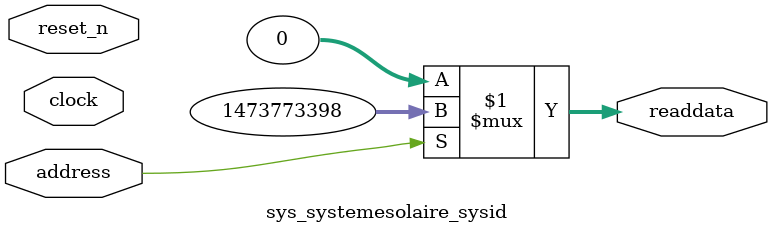
<source format=v>

`timescale 1ns / 1ps
// synthesis translate_on

// turn off superfluous verilog processor warnings 
// altera message_level Level1 
// altera message_off 10034 10035 10036 10037 10230 10240 10030 

module sys_systemesolaire_sysid (
               // inputs:
                address,
                clock,
                reset_n,

               // outputs:
                readdata
             )
;

  output  [ 31: 0] readdata;
  input            address;
  input            clock;
  input            reset_n;

  wire    [ 31: 0] readdata;
  //control_slave, which is an e_avalon_slave
  assign readdata = address ? 1473773398 : 0;

endmodule




</source>
